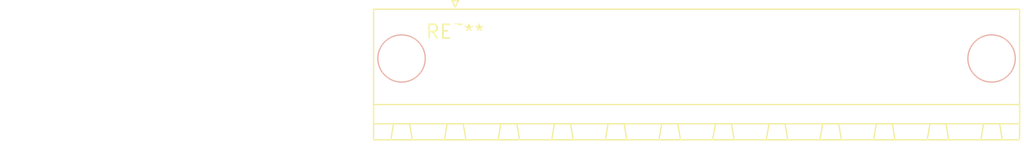
<source format=kicad_pcb>
(kicad_pcb (version 20240108) (generator pcbnew)
  (layers (0 "F.Cu" signal) (31 "B.Cu" signal) (34 "B.Paste" user) (35 "F.Paste" user) (36 "B.SilkS" user "B.Silkscreen") (37 "F.SilkS" user "F.Silkscreen") (38 "B.Mask" user) (39 "F.Mask" user) (44 "Edge.Cuts" user))
  (net 0 "")
  (footprint "PhoenixContact_MSTB_2,5_10-GF_1x10_P5.00mm_Horizontal_ThreadedFlange_MountHole" (layer "F.Cu") (at 0 0)
    (property "Reference" "REF**")
    (property "Value" "PhoenixContact_MSTB_2,5_10-GF_1x10_P5.00mm_Horizontal_ThreadedFlange_MountHole")
    (fp_circle (center -5 2.5) (end -2.79 2.5) (layer "B.SilkS") (stroke (width 0.12)) (fill none))
    (fp_circle (center 50 2.5) (end 52.21 2.5) (layer "B.SilkS") (stroke (width 0.12)) (fill none))
    (fp_line (start -7.61 -2.11) (end -7.61 10.11) (layer "F.SilkS") (stroke (width 0.12)))
    (fp_line (start -7.61 6.81) (end 52.61 6.81) (layer "F.SilkS") (stroke (width 0.12)))
    (fp_line (start -7.61 8.61) (end -7.61 6.81) (layer "F.SilkS") (stroke (width 0.12)))
    (fp_line (start -7.61 10.11) (end 52.61 10.11) (layer "F.SilkS") (stroke (width 0.12)))
    (fp_line (start -6 10.11) (end -4 10.11) (layer "F.SilkS") (stroke (width 0.12)))
    (fp_line (start -5.75 8.61) (end -6 10.11) (layer "F.SilkS") (stroke (width 0.12)))
    (fp_line (start -4.25 8.61) (end -5.75 8.61) (layer "F.SilkS") (stroke (width 0.12)))
    (fp_line (start -4 10.11) (end -4.25 8.61) (layer "F.SilkS") (stroke (width 0.12)))
    (fp_line (start -1 10.11) (end 1 10.11) (layer "F.SilkS") (stroke (width 0.12)))
    (fp_line (start -0.75 8.61) (end -1 10.11) (layer "F.SilkS") (stroke (width 0.12)))
    (fp_line (start -0.3 -2.91) (end 0.3 -2.91) (layer "F.SilkS") (stroke (width 0.12)))
    (fp_line (start 0 -2.31) (end -0.3 -2.91) (layer "F.SilkS") (stroke (width 0.12)))
    (fp_line (start 0.3 -2.91) (end 0 -2.31) (layer "F.SilkS") (stroke (width 0.12)))
    (fp_line (start 0.75 8.61) (end -0.75 8.61) (layer "F.SilkS") (stroke (width 0.12)))
    (fp_line (start 1 10.11) (end 0.75 8.61) (layer "F.SilkS") (stroke (width 0.12)))
    (fp_line (start 4 10.11) (end 6 10.11) (layer "F.SilkS") (stroke (width 0.12)))
    (fp_line (start 4.25 8.61) (end 4 10.11) (layer "F.SilkS") (stroke (width 0.12)))
    (fp_line (start 5.75 8.61) (end 4.25 8.61) (layer "F.SilkS") (stroke (width 0.12)))
    (fp_line (start 6 10.11) (end 5.75 8.61) (layer "F.SilkS") (stroke (width 0.12)))
    (fp_line (start 9 10.11) (end 11 10.11) (layer "F.SilkS") (stroke (width 0.12)))
    (fp_line (start 9.25 8.61) (end 9 10.11) (layer "F.SilkS") (stroke (width 0.12)))
    (fp_line (start 10.75 8.61) (end 9.25 8.61) (layer "F.SilkS") (stroke (width 0.12)))
    (fp_line (start 11 10.11) (end 10.75 8.61) (layer "F.SilkS") (stroke (width 0.12)))
    (fp_line (start 14 10.11) (end 16 10.11) (layer "F.SilkS") (stroke (width 0.12)))
    (fp_line (start 14.25 8.61) (end 14 10.11) (layer "F.SilkS") (stroke (width 0.12)))
    (fp_line (start 15.75 8.61) (end 14.25 8.61) (layer "F.SilkS") (stroke (width 0.12)))
    (fp_line (start 16 10.11) (end 15.75 8.61) (layer "F.SilkS") (stroke (width 0.12)))
    (fp_line (start 19 10.11) (end 21 10.11) (layer "F.SilkS") (stroke (width 0.12)))
    (fp_line (start 19.25 8.61) (end 19 10.11) (layer "F.SilkS") (stroke (width 0.12)))
    (fp_line (start 20.75 8.61) (end 19.25 8.61) (layer "F.SilkS") (stroke (width 0.12)))
    (fp_line (start 21 10.11) (end 20.75 8.61) (layer "F.SilkS") (stroke (width 0.12)))
    (fp_line (start 24 10.11) (end 26 10.11) (layer "F.SilkS") (stroke (width 0.12)))
    (fp_line (start 24.25 8.61) (end 24 10.11) (layer "F.SilkS") (stroke (width 0.12)))
    (fp_line (start 25.75 8.61) (end 24.25 8.61) (layer "F.SilkS") (stroke (width 0.12)))
    (fp_line (start 26 10.11) (end 25.75 8.61) (layer "F.SilkS") (stroke (width 0.12)))
    (fp_line (start 29 10.11) (end 31 10.11) (layer "F.SilkS") (stroke (width 0.12)))
    (fp_line (start 29.25 8.61) (end 29 10.11) (layer "F.SilkS") (stroke (width 0.12)))
    (fp_line (start 30.75 8.61) (end 29.25 8.61) (layer "F.SilkS") (stroke (width 0.12)))
    (fp_line (start 31 10.11) (end 30.75 8.61) (layer "F.SilkS") (stroke (width 0.12)))
    (fp_line (start 34 10.11) (end 36 10.11) (layer "F.SilkS") (stroke (width 0.12)))
    (fp_line (start 34.25 8.61) (end 34 10.11) (layer "F.SilkS") (stroke (width 0.12)))
    (fp_line (start 35.75 8.61) (end 34.25 8.61) (layer "F.SilkS") (stroke (width 0.12)))
    (fp_line (start 36 10.11) (end 35.75 8.61) (layer "F.SilkS") (stroke (width 0.12)))
    (fp_line (start 39 10.11) (end 41 10.11) (layer "F.SilkS") (stroke (width 0.12)))
    (fp_line (start 39.25 8.61) (end 39 10.11) (layer "F.SilkS") (stroke (width 0.12)))
    (fp_line (start 40.75 8.61) (end 39.25 8.61) (layer "F.SilkS") (stroke (width 0.12)))
    (fp_line (start 41 10.11) (end 40.75 8.61) (layer "F.SilkS") (stroke (width 0.12)))
    (fp_line (start 44 10.11) (end 46 10.11) (layer "F.SilkS") (stroke (width 0.12)))
    (fp_line (start 44.25 8.61) (end 44 10.11) (layer "F.SilkS") (stroke (width 0.12)))
    (fp_line (start 45.75 8.61) (end 44.25 8.61) (layer "F.SilkS") (stroke (width 0.12)))
    (fp_line (start 46 10.11) (end 45.75 8.61) (layer "F.SilkS") (stroke (width 0.12)))
    (fp_line (start 49 10.11) (end 51 10.11) (layer "F.SilkS") (stroke (width 0.12)))
    (fp_line (start 49.25 8.61) (end 49 10.11) (layer "F.SilkS") (stroke (width 0.12)))
    (fp_line (start 50.75 8.61) (end 49.25 8.61) (layer "F.SilkS") (stroke (width 0.12)))
    (fp_line (start 51 10.11) (end 50.75 8.61) (layer "F.SilkS") (stroke (width 0.12)))
    (fp_line (start 52.61 -2.11) (end -7.61 -2.11) (layer "F.SilkS") (stroke (width 0.12)))
    (fp_line (start 52.61 6.81) (end 52.61 8.61) (layer "F.SilkS") (stroke (width 0.12)))
    (fp_line (start 52.61 8.61) (end -7.61 8.61) (layer "F.SilkS") (stroke (width 0.12)))
    (fp_line (start 52.61 10.11) (end 52.61 -2.11) (layer "F.SilkS") (stroke (width 0.12)))
    (pad "" np_thru_hole circle (at -5 2.5) (size 2.4 2.4) (drill 2.4) (layers *.Cu *.Mask))
    (pad "" np_thru_hole circle (at 50 2.5) (size 2.4 2.4) (drill 2.4) (layers *.Cu *.Mask))
    (pad "1" thru_hole roundrect (at 0 0) (size 2 3.6) (drill 1.4) (layers *.Cu *.Mask) (remove_unused_layers) (roundrect_rratio 0.125))
    (pad "2" thru_hole oval (at 5 0) (size 2 3.6) (drill 1.4) (layers *.Cu *.Mask) (remove_unused_layers))
    (pad "3" thru_hole oval (at 10 0) (size 2 3.6) (drill 1.4) (layers *.Cu *.Mask) (remove_unused_layers))
    (pad "4" thru_hole oval (at 15 0) (size 2 3.6) (drill 1.4) (layers *.Cu *.Mask) (remove_unused_layers))
    (pad "5" thru_hole oval (at 20 0) (size 2 3.6) (drill 1.4) (layers *.Cu *.Mask) (remove_unused_layers))
    (pad "6" thru_hole oval (at 25 0) (size 2 3.6) (drill 1.4) (layers *.Cu *.Mask) (remove_unused_layers))
    (pad "7" thru_hole oval (at 30 0) (size 2 3.6) (drill 1.4) (layers *.Cu *.Mask) (remove_unused_layers))
    (pad "8" thru_hole oval (at 35 0) (size 2 3.6) (drill 1.4) (layers *.Cu *.Mask) (remove_unused_layers))
    (pad "9" thru_hole oval (at 40 0) (size 2 3.6) (drill 1.4) (layers *.Cu *.Mask) (remove_unused_layers))
    (pad "10" thru_hole oval (at 45 0) (size 2 3.6) (drill 1.4) (layers *.Cu *.Mask) (remove_unused_layers))
  )
)
</source>
